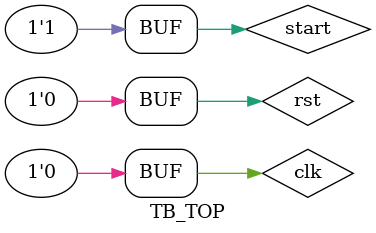
<source format=sv>
module TB_TOP();
	logic clk;
	logic rst;
	logic start;
	
	TEXT_PROCESSOR_TOP top(.clk(clk), .reset(rst), .start(start));
	
	initial begin
		rst 	<= 1; 	#10; rst 	<= 0;
		start <= 0; 	#10; start 	<= 1;
	end

	always
	begin
		clk <= 1; #5; clk <= 0; #5;
	end
	
endmodule
</source>
